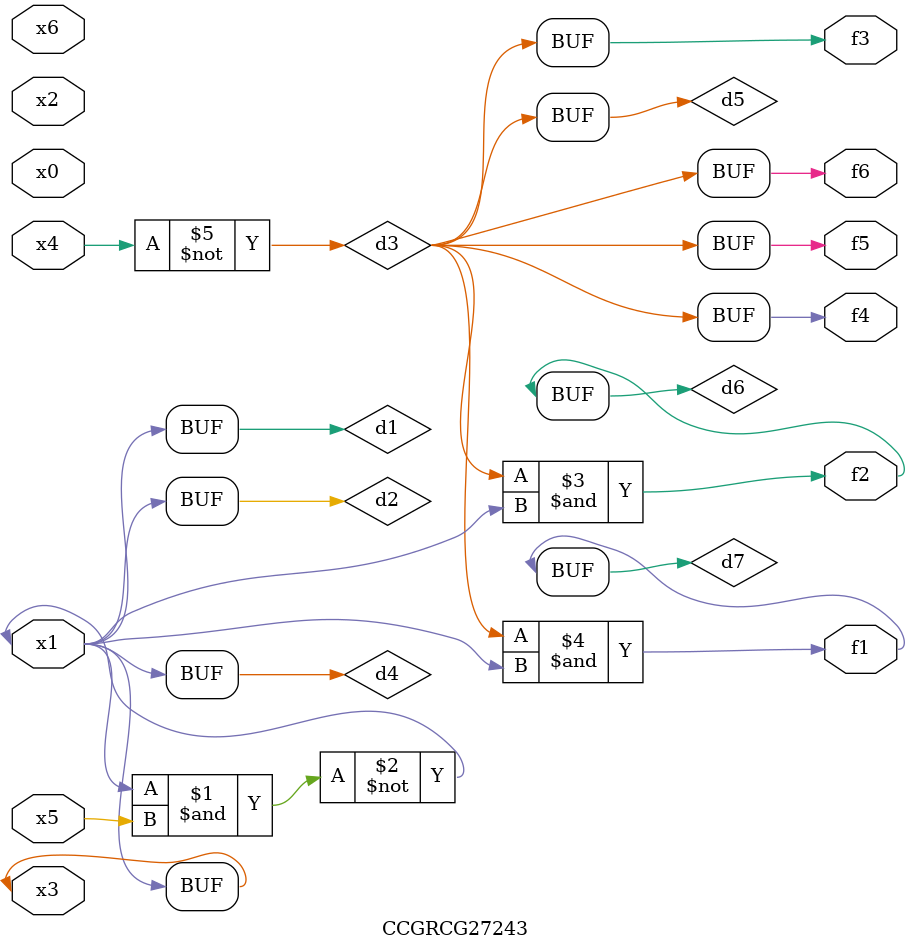
<source format=v>
module CCGRCG27243(
	input x0, x1, x2, x3, x4, x5, x6,
	output f1, f2, f3, f4, f5, f6
);

	wire d1, d2, d3, d4, d5, d6, d7;

	buf (d1, x1, x3);
	nand (d2, x1, x5);
	not (d3, x4);
	buf (d4, d1, d2);
	buf (d5, d3);
	and (d6, d3, d4);
	and (d7, d3, d4);
	assign f1 = d7;
	assign f2 = d6;
	assign f3 = d5;
	assign f4 = d5;
	assign f5 = d5;
	assign f6 = d5;
endmodule

</source>
